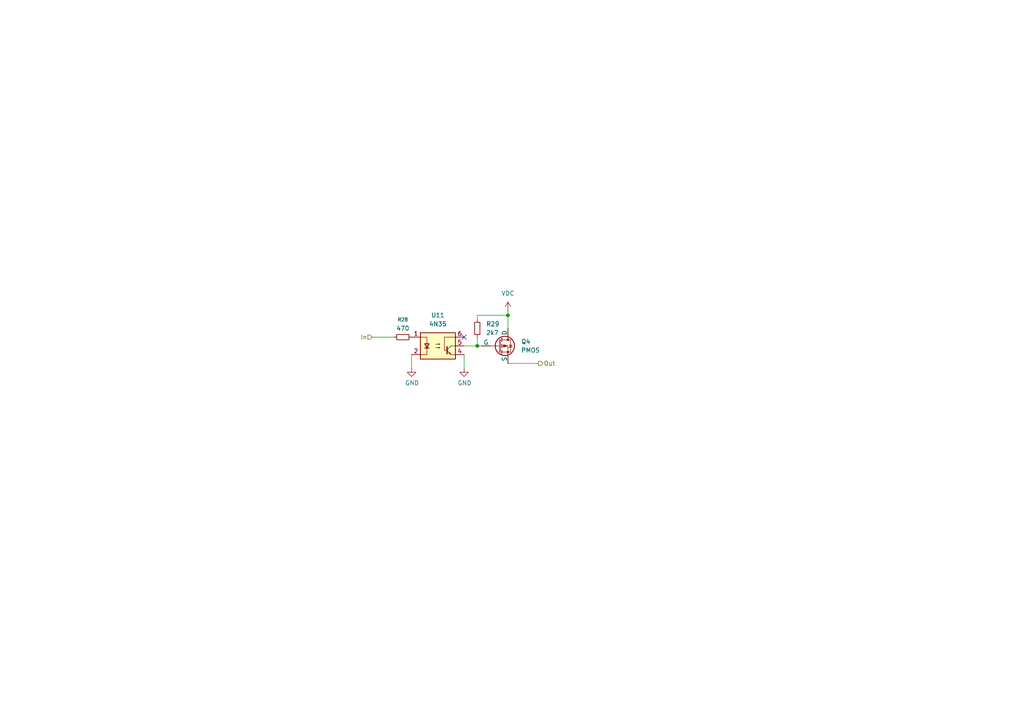
<source format=kicad_sch>
(kicad_sch
	(version 20250114)
	(generator "eeschema")
	(generator_version "9.0")
	(uuid "dd199ed9-077a-46d4-b3b8-dd541f87acde")
	(paper "A4")
	(lib_symbols
		(symbol "Device:R_Small"
			(pin_numbers
				(hide yes)
			)
			(pin_names
				(offset 0.254)
				(hide yes)
			)
			(exclude_from_sim no)
			(in_bom yes)
			(on_board yes)
			(property "Reference" "R"
				(at 0.762 0.508 0)
				(effects
					(font
						(size 1.27 1.27)
					)
					(justify left)
				)
			)
			(property "Value" "R_Small"
				(at 0.762 -1.016 0)
				(effects
					(font
						(size 1.27 1.27)
					)
					(justify left)
				)
			)
			(property "Footprint" ""
				(at 0 0 0)
				(effects
					(font
						(size 1.27 1.27)
					)
					(hide yes)
				)
			)
			(property "Datasheet" "~"
				(at 0 0 0)
				(effects
					(font
						(size 1.27 1.27)
					)
					(hide yes)
				)
			)
			(property "Description" "Resistor, small symbol"
				(at 0 0 0)
				(effects
					(font
						(size 1.27 1.27)
					)
					(hide yes)
				)
			)
			(property "ki_keywords" "R resistor"
				(at 0 0 0)
				(effects
					(font
						(size 1.27 1.27)
					)
					(hide yes)
				)
			)
			(property "ki_fp_filters" "R_*"
				(at 0 0 0)
				(effects
					(font
						(size 1.27 1.27)
					)
					(hide yes)
				)
			)
			(symbol "R_Small_0_1"
				(rectangle
					(start -0.762 1.778)
					(end 0.762 -1.778)
					(stroke
						(width 0.2032)
						(type default)
					)
					(fill
						(type none)
					)
				)
			)
			(symbol "R_Small_1_1"
				(pin passive line
					(at 0 2.54 270)
					(length 0.762)
					(name "~"
						(effects
							(font
								(size 1.27 1.27)
							)
						)
					)
					(number "1"
						(effects
							(font
								(size 1.27 1.27)
							)
						)
					)
				)
				(pin passive line
					(at 0 -2.54 90)
					(length 0.762)
					(name "~"
						(effects
							(font
								(size 1.27 1.27)
							)
						)
					)
					(number "2"
						(effects
							(font
								(size 1.27 1.27)
							)
						)
					)
				)
			)
			(embedded_fonts no)
		)
		(symbol "Isolator:4N35"
			(pin_names
				(offset 1.016)
			)
			(exclude_from_sim no)
			(in_bom yes)
			(on_board yes)
			(property "Reference" "U"
				(at -5.08 5.08 0)
				(effects
					(font
						(size 1.27 1.27)
					)
					(justify left)
				)
			)
			(property "Value" "4N35"
				(at 0 5.08 0)
				(effects
					(font
						(size 1.27 1.27)
					)
					(justify left)
				)
			)
			(property "Footprint" "Package_DIP:DIP-6_W7.62mm"
				(at -5.08 -5.08 0)
				(effects
					(font
						(size 1.27 1.27)
						(italic yes)
					)
					(justify left)
					(hide yes)
				)
			)
			(property "Datasheet" "https://www.vishay.com/docs/81181/4n35.pdf"
				(at 0 0 0)
				(effects
					(font
						(size 1.27 1.27)
					)
					(justify left)
					(hide yes)
				)
			)
			(property "Description" "Optocoupler, Phototransistor Output, with Base Connection, Vce 70V, CTR 100%, Viso 5000V, DIP6"
				(at 0 0 0)
				(effects
					(font
						(size 1.27 1.27)
					)
					(hide yes)
				)
			)
			(property "ki_keywords" "NPN DC Optocoupler Base Connected"
				(at 0 0 0)
				(effects
					(font
						(size 1.27 1.27)
					)
					(hide yes)
				)
			)
			(property "ki_fp_filters" "DIP*W7.62mm*"
				(at 0 0 0)
				(effects
					(font
						(size 1.27 1.27)
					)
					(hide yes)
				)
			)
			(symbol "4N35_0_1"
				(rectangle
					(start -5.08 3.81)
					(end 5.08 -3.81)
					(stroke
						(width 0.254)
						(type default)
					)
					(fill
						(type background)
					)
				)
				(polyline
					(pts
						(xy -5.08 -2.54) (xy -3.175 -2.54) (xy -3.175 2.54) (xy -5.08 2.54)
					)
					(stroke
						(width 0)
						(type default)
					)
					(fill
						(type none)
					)
				)
				(polyline
					(pts
						(xy -3.81 -0.635) (xy -2.54 -0.635)
					)
					(stroke
						(width 0.254)
						(type default)
					)
					(fill
						(type none)
					)
				)
				(polyline
					(pts
						(xy -3.175 -0.635) (xy -3.81 0.635) (xy -2.54 0.635) (xy -3.175 -0.635)
					)
					(stroke
						(width 0.254)
						(type default)
					)
					(fill
						(type none)
					)
				)
				(polyline
					(pts
						(xy -0.635 0.508) (xy 0.635 0.508) (xy 0.254 0.381) (xy 0.254 0.635) (xy 0.635 0.508)
					)
					(stroke
						(width 0)
						(type default)
					)
					(fill
						(type none)
					)
				)
				(polyline
					(pts
						(xy -0.635 -0.508) (xy 0.635 -0.508) (xy 0.254 -0.635) (xy 0.254 -0.381) (xy 0.635 -0.508)
					)
					(stroke
						(width 0)
						(type default)
					)
					(fill
						(type none)
					)
				)
				(polyline
					(pts
						(xy 2.667 -0.254) (xy 2.667 -2.286) (xy 2.667 -2.286)
					)
					(stroke
						(width 0.3556)
						(type default)
					)
					(fill
						(type none)
					)
				)
				(polyline
					(pts
						(xy 2.667 -1.143) (xy 3.81 0)
					)
					(stroke
						(width 0)
						(type default)
					)
					(fill
						(type none)
					)
				)
				(polyline
					(pts
						(xy 2.667 -1.397) (xy 3.81 -2.54)
					)
					(stroke
						(width 0)
						(type default)
					)
					(fill
						(type none)
					)
				)
				(polyline
					(pts
						(xy 3.683 -2.413) (xy 3.429 -1.905) (xy 3.175 -2.159) (xy 3.683 -2.413)
					)
					(stroke
						(width 0)
						(type default)
					)
					(fill
						(type none)
					)
				)
				(polyline
					(pts
						(xy 3.81 0) (xy 5.08 0)
					)
					(stroke
						(width 0)
						(type default)
					)
					(fill
						(type none)
					)
				)
				(polyline
					(pts
						(xy 3.81 -2.54) (xy 5.08 -2.54)
					)
					(stroke
						(width 0)
						(type default)
					)
					(fill
						(type none)
					)
				)
				(polyline
					(pts
						(xy 5.08 2.54) (xy 1.905 2.54) (xy 1.905 -1.27) (xy 2.54 -1.27)
					)
					(stroke
						(width 0)
						(type default)
					)
					(fill
						(type none)
					)
				)
			)
			(symbol "4N35_1_1"
				(pin passive line
					(at -7.62 2.54 0)
					(length 2.54)
					(name "~"
						(effects
							(font
								(size 1.27 1.27)
							)
						)
					)
					(number "1"
						(effects
							(font
								(size 1.27 1.27)
							)
						)
					)
				)
				(pin passive line
					(at -7.62 -2.54 0)
					(length 2.54)
					(name "~"
						(effects
							(font
								(size 1.27 1.27)
							)
						)
					)
					(number "2"
						(effects
							(font
								(size 1.27 1.27)
							)
						)
					)
				)
				(pin no_connect line
					(at -5.08 0 0)
					(length 2.54)
					(hide yes)
					(name "NC"
						(effects
							(font
								(size 1.27 1.27)
							)
						)
					)
					(number "3"
						(effects
							(font
								(size 1.27 1.27)
							)
						)
					)
				)
				(pin passive line
					(at 7.62 2.54 180)
					(length 2.54)
					(name "~"
						(effects
							(font
								(size 1.27 1.27)
							)
						)
					)
					(number "6"
						(effects
							(font
								(size 1.27 1.27)
							)
						)
					)
				)
				(pin passive line
					(at 7.62 0 180)
					(length 2.54)
					(name "~"
						(effects
							(font
								(size 1.27 1.27)
							)
						)
					)
					(number "5"
						(effects
							(font
								(size 1.27 1.27)
							)
						)
					)
				)
				(pin passive line
					(at 7.62 -2.54 180)
					(length 2.54)
					(name "~"
						(effects
							(font
								(size 1.27 1.27)
							)
						)
					)
					(number "4"
						(effects
							(font
								(size 1.27 1.27)
							)
						)
					)
				)
			)
			(embedded_fonts no)
		)
		(symbol "R_Small_1"
			(pin_numbers
				(hide yes)
			)
			(pin_names
				(offset 0.254)
				(hide yes)
			)
			(exclude_from_sim no)
			(in_bom yes)
			(on_board yes)
			(property "Reference" "R"
				(at 0 0 90)
				(effects
					(font
						(size 1.016 1.016)
					)
				)
			)
			(property "Value" "R_Small"
				(at 1.778 0 90)
				(effects
					(font
						(size 1.27 1.27)
					)
				)
			)
			(property "Footprint" ""
				(at 0 0 0)
				(effects
					(font
						(size 1.27 1.27)
					)
					(hide yes)
				)
			)
			(property "Datasheet" "~"
				(at 0 0 0)
				(effects
					(font
						(size 1.27 1.27)
					)
					(hide yes)
				)
			)
			(property "Description" "Resistor, small symbol"
				(at 0 0 0)
				(effects
					(font
						(size 1.27 1.27)
					)
					(hide yes)
				)
			)
			(property "ki_keywords" "R resistor"
				(at 0 0 0)
				(effects
					(font
						(size 1.27 1.27)
					)
					(hide yes)
				)
			)
			(property "ki_fp_filters" "R_*"
				(at 0 0 0)
				(effects
					(font
						(size 1.27 1.27)
					)
					(hide yes)
				)
			)
			(symbol "R_Small_1_0_1"
				(rectangle
					(start -0.762 1.778)
					(end 0.762 -1.778)
					(stroke
						(width 0.2032)
						(type default)
					)
					(fill
						(type none)
					)
				)
			)
			(symbol "R_Small_1_1_1"
				(pin passive line
					(at 0 2.54 270)
					(length 0.762)
					(name "~"
						(effects
							(font
								(size 1.27 1.27)
							)
						)
					)
					(number "1"
						(effects
							(font
								(size 1.27 1.27)
							)
						)
					)
				)
				(pin passive line
					(at 0 -2.54 90)
					(length 0.762)
					(name "~"
						(effects
							(font
								(size 1.27 1.27)
							)
						)
					)
					(number "2"
						(effects
							(font
								(size 1.27 1.27)
							)
						)
					)
				)
			)
			(embedded_fonts no)
		)
		(symbol "Simulation_SPICE:PMOS"
			(pin_numbers
				(hide yes)
			)
			(pin_names
				(offset 0)
			)
			(exclude_from_sim no)
			(in_bom yes)
			(on_board yes)
			(property "Reference" "Q"
				(at 5.08 1.27 0)
				(effects
					(font
						(size 1.27 1.27)
					)
					(justify left)
				)
			)
			(property "Value" "PMOS"
				(at 5.08 -1.27 0)
				(effects
					(font
						(size 1.27 1.27)
					)
					(justify left)
				)
			)
			(property "Footprint" ""
				(at 5.08 2.54 0)
				(effects
					(font
						(size 1.27 1.27)
					)
					(hide yes)
				)
			)
			(property "Datasheet" "https://ngspice.sourceforge.io/docs/ngspice-html-manual/manual.xhtml#cha_MOSFETs"
				(at 0 -12.7 0)
				(effects
					(font
						(size 1.27 1.27)
					)
					(hide yes)
				)
			)
			(property "Description" "P-MOSFET transistor, drain/source/gate"
				(at 0 0 0)
				(effects
					(font
						(size 1.27 1.27)
					)
					(hide yes)
				)
			)
			(property "Sim.Device" "PMOS"
				(at 0 -17.145 0)
				(effects
					(font
						(size 1.27 1.27)
					)
					(hide yes)
				)
			)
			(property "Sim.Type" "VDMOS"
				(at 0 -19.05 0)
				(effects
					(font
						(size 1.27 1.27)
					)
					(hide yes)
				)
			)
			(property "Sim.Pins" "1=D 2=G 3=S"
				(at 0 -15.24 0)
				(effects
					(font
						(size 1.27 1.27)
					)
					(hide yes)
				)
			)
			(property "ki_keywords" "transistor PMOS P-MOS P-MOSFET simulation"
				(at 0 0 0)
				(effects
					(font
						(size 1.27 1.27)
					)
					(hide yes)
				)
			)
			(symbol "PMOS_0_1"
				(polyline
					(pts
						(xy 0.254 1.905) (xy 0.254 -1.905)
					)
					(stroke
						(width 0.254)
						(type default)
					)
					(fill
						(type none)
					)
				)
				(polyline
					(pts
						(xy 0.254 0) (xy -2.54 0)
					)
					(stroke
						(width 0)
						(type default)
					)
					(fill
						(type none)
					)
				)
				(polyline
					(pts
						(xy 0.762 2.286) (xy 0.762 1.27)
					)
					(stroke
						(width 0.254)
						(type default)
					)
					(fill
						(type none)
					)
				)
				(polyline
					(pts
						(xy 0.762 1.778) (xy 3.302 1.778) (xy 3.302 -1.778) (xy 0.762 -1.778)
					)
					(stroke
						(width 0)
						(type default)
					)
					(fill
						(type none)
					)
				)
				(polyline
					(pts
						(xy 0.762 0.508) (xy 0.762 -0.508)
					)
					(stroke
						(width 0.254)
						(type default)
					)
					(fill
						(type none)
					)
				)
				(polyline
					(pts
						(xy 0.762 -1.27) (xy 0.762 -2.286)
					)
					(stroke
						(width 0.254)
						(type default)
					)
					(fill
						(type none)
					)
				)
				(circle
					(center 1.651 0)
					(radius 2.794)
					(stroke
						(width 0.254)
						(type default)
					)
					(fill
						(type none)
					)
				)
				(polyline
					(pts
						(xy 2.286 0) (xy 1.27 0.381) (xy 1.27 -0.381) (xy 2.286 0)
					)
					(stroke
						(width 0)
						(type default)
					)
					(fill
						(type outline)
					)
				)
				(polyline
					(pts
						(xy 2.54 2.54) (xy 2.54 1.778)
					)
					(stroke
						(width 0)
						(type default)
					)
					(fill
						(type none)
					)
				)
				(circle
					(center 2.54 1.778)
					(radius 0.254)
					(stroke
						(width 0)
						(type default)
					)
					(fill
						(type outline)
					)
				)
				(circle
					(center 2.54 -1.778)
					(radius 0.254)
					(stroke
						(width 0)
						(type default)
					)
					(fill
						(type outline)
					)
				)
				(polyline
					(pts
						(xy 2.54 -2.54) (xy 2.54 0) (xy 0.762 0)
					)
					(stroke
						(width 0)
						(type default)
					)
					(fill
						(type none)
					)
				)
				(polyline
					(pts
						(xy 2.794 -0.508) (xy 2.921 -0.381) (xy 3.683 -0.381) (xy 3.81 -0.254)
					)
					(stroke
						(width 0)
						(type default)
					)
					(fill
						(type none)
					)
				)
				(polyline
					(pts
						(xy 3.302 -0.381) (xy 2.921 0.254) (xy 3.683 0.254) (xy 3.302 -0.381)
					)
					(stroke
						(width 0)
						(type default)
					)
					(fill
						(type none)
					)
				)
			)
			(symbol "PMOS_1_1"
				(pin input line
					(at -5.08 0 0)
					(length 2.54)
					(name "G"
						(effects
							(font
								(size 1.27 1.27)
							)
						)
					)
					(number "2"
						(effects
							(font
								(size 1.27 1.27)
							)
						)
					)
				)
				(pin passive line
					(at 2.54 5.08 270)
					(length 2.54)
					(name "D"
						(effects
							(font
								(size 1.27 1.27)
							)
						)
					)
					(number "1"
						(effects
							(font
								(size 1.27 1.27)
							)
						)
					)
				)
				(pin passive line
					(at 2.54 -5.08 90)
					(length 2.54)
					(name "S"
						(effects
							(font
								(size 1.27 1.27)
							)
						)
					)
					(number "3"
						(effects
							(font
								(size 1.27 1.27)
							)
						)
					)
				)
			)
			(embedded_fonts no)
		)
		(symbol "power:GND"
			(power)
			(pin_names
				(offset 0)
			)
			(exclude_from_sim no)
			(in_bom yes)
			(on_board yes)
			(property "Reference" "#PWR"
				(at 0 -6.35 0)
				(effects
					(font
						(size 1.27 1.27)
					)
					(hide yes)
				)
			)
			(property "Value" "GND"
				(at 0 -3.81 0)
				(effects
					(font
						(size 1.27 1.27)
					)
				)
			)
			(property "Footprint" ""
				(at 0 0 0)
				(effects
					(font
						(size 1.27 1.27)
					)
					(hide yes)
				)
			)
			(property "Datasheet" ""
				(at 0 0 0)
				(effects
					(font
						(size 1.27 1.27)
					)
					(hide yes)
				)
			)
			(property "Description" "Power symbol creates a global label with name \"GND\" , ground"
				(at 0 0 0)
				(effects
					(font
						(size 1.27 1.27)
					)
					(hide yes)
				)
			)
			(property "ki_keywords" "power-flag"
				(at 0 0 0)
				(effects
					(font
						(size 1.27 1.27)
					)
					(hide yes)
				)
			)
			(symbol "GND_0_1"
				(polyline
					(pts
						(xy 0 0) (xy 0 -1.27) (xy 1.27 -1.27) (xy 0 -2.54) (xy -1.27 -1.27) (xy 0 -1.27)
					)
					(stroke
						(width 0)
						(type default)
					)
					(fill
						(type none)
					)
				)
			)
			(symbol "GND_1_1"
				(pin power_in line
					(at 0 0 270)
					(length 0)
					(hide yes)
					(name "GND"
						(effects
							(font
								(size 1.27 1.27)
							)
						)
					)
					(number "1"
						(effects
							(font
								(size 1.27 1.27)
							)
						)
					)
				)
			)
			(embedded_fonts no)
		)
		(symbol "power:VDC"
			(power)
			(pin_numbers
				(hide yes)
			)
			(pin_names
				(offset 0)
				(hide yes)
			)
			(exclude_from_sim no)
			(in_bom yes)
			(on_board yes)
			(property "Reference" "#PWR"
				(at 0 -3.81 0)
				(effects
					(font
						(size 1.27 1.27)
					)
					(hide yes)
				)
			)
			(property "Value" "VDC"
				(at 0 3.556 0)
				(effects
					(font
						(size 1.27 1.27)
					)
				)
			)
			(property "Footprint" ""
				(at 0 0 0)
				(effects
					(font
						(size 1.27 1.27)
					)
					(hide yes)
				)
			)
			(property "Datasheet" ""
				(at 0 0 0)
				(effects
					(font
						(size 1.27 1.27)
					)
					(hide yes)
				)
			)
			(property "Description" "Power symbol creates a global label with name \"VDC\""
				(at 0 0 0)
				(effects
					(font
						(size 1.27 1.27)
					)
					(hide yes)
				)
			)
			(property "ki_keywords" "global power"
				(at 0 0 0)
				(effects
					(font
						(size 1.27 1.27)
					)
					(hide yes)
				)
			)
			(symbol "VDC_0_1"
				(polyline
					(pts
						(xy -0.762 1.27) (xy 0 2.54)
					)
					(stroke
						(width 0)
						(type default)
					)
					(fill
						(type none)
					)
				)
				(polyline
					(pts
						(xy 0 2.54) (xy 0.762 1.27)
					)
					(stroke
						(width 0)
						(type default)
					)
					(fill
						(type none)
					)
				)
				(polyline
					(pts
						(xy 0 0) (xy 0 2.54)
					)
					(stroke
						(width 0)
						(type default)
					)
					(fill
						(type none)
					)
				)
			)
			(symbol "VDC_1_1"
				(pin power_in line
					(at 0 0 90)
					(length 0)
					(name "~"
						(effects
							(font
								(size 1.27 1.27)
							)
						)
					)
					(number "1"
						(effects
							(font
								(size 1.27 1.27)
							)
						)
					)
				)
			)
			(embedded_fonts no)
		)
	)
	(junction
		(at 138.43 100.33)
		(diameter 0)
		(color 0 0 0 0)
		(uuid "7165ed08-6398-44d2-be39-e289e8e7e397")
	)
	(junction
		(at 147.32 91.44)
		(diameter 0)
		(color 0 0 0 0)
		(uuid "96ccb798-0594-4dbf-b07c-5447723589d7")
	)
	(no_connect
		(at 134.62 97.79)
		(uuid "01b39ca8-83f5-4faa-a09a-2bd0ffcf66b9")
	)
	(wire
		(pts
			(xy 138.43 97.79) (xy 138.43 100.33)
		)
		(stroke
			(width 0)
			(type default)
		)
		(uuid "04dd66d5-cd43-478a-b0b0-5885a77fff0b")
	)
	(wire
		(pts
			(xy 107.95 97.79) (xy 114.3 97.79)
		)
		(stroke
			(width 0)
			(type default)
		)
		(uuid "054457b2-122e-4526-bd92-abc7db556dcf")
	)
	(wire
		(pts
			(xy 147.32 105.41) (xy 156.21 105.41)
		)
		(stroke
			(width 0)
			(type default)
		)
		(uuid "0a8be1e9-cb77-4e20-97eb-4d7b69a7fd56")
	)
	(wire
		(pts
			(xy 119.38 102.87) (xy 119.38 106.68)
		)
		(stroke
			(width 0)
			(type default)
		)
		(uuid "50b188bd-ec30-4089-9bc0-406bfae9e526")
	)
	(wire
		(pts
			(xy 138.43 91.44) (xy 138.43 92.71)
		)
		(stroke
			(width 0)
			(type default)
		)
		(uuid "63e4e09b-bd51-4991-8044-05df06eb202b")
	)
	(wire
		(pts
			(xy 147.32 95.25) (xy 147.32 91.44)
		)
		(stroke
			(width 0)
			(type default)
		)
		(uuid "779a8758-0f0f-408c-ab19-c906dcdb1bcf")
	)
	(wire
		(pts
			(xy 134.62 100.33) (xy 138.43 100.33)
		)
		(stroke
			(width 0)
			(type default)
		)
		(uuid "7ae202aa-57c1-4e8d-8d10-dd8d80f65b6f")
	)
	(wire
		(pts
			(xy 134.62 102.87) (xy 134.62 106.68)
		)
		(stroke
			(width 0)
			(type default)
		)
		(uuid "a71e3700-b3c5-4e65-b5db-2357e19e62d4")
	)
	(wire
		(pts
			(xy 138.43 100.33) (xy 139.7 100.33)
		)
		(stroke
			(width 0)
			(type default)
		)
		(uuid "c92ff6a6-f963-41c0-9ff0-09a870fad233")
	)
	(wire
		(pts
			(xy 147.32 91.44) (xy 147.32 90.17)
		)
		(stroke
			(width 0)
			(type default)
		)
		(uuid "fcce16ad-df15-4c06-a3ee-5182b4dc6d3e")
	)
	(wire
		(pts
			(xy 138.43 91.44) (xy 147.32 91.44)
		)
		(stroke
			(width 0)
			(type default)
		)
		(uuid "fe1621a9-7d1e-4c75-8946-e4e49f75b73d")
	)
	(hierarchical_label "Out"
		(shape output)
		(at 156.21 105.41 0)
		(effects
			(font
				(size 1.27 1.27)
			)
			(justify left)
		)
		(uuid "2cc5d9ae-b1aa-499c-a1e5-0630255c5b4e")
	)
	(hierarchical_label "In"
		(shape input)
		(at 107.95 97.79 180)
		(effects
			(font
				(size 1.27 1.27)
			)
			(justify right)
		)
		(uuid "383046f3-1de9-4818-8599-c32029dcec59")
	)
	(symbol
		(lib_name "R_Small_1")
		(lib_id "Device:R_Small")
		(at 116.84 97.79 90)
		(unit 1)
		(exclude_from_sim no)
		(in_bom yes)
		(on_board yes)
		(dnp no)
		(fields_autoplaced yes)
		(uuid "29a2a33e-73b1-48d2-b55d-e0b3e4d61770")
		(property "Reference" "R13"
			(at 116.84 92.71 90)
			(effects
				(font
					(size 1.016 1.016)
				)
			)
		)
		(property "Value" "470"
			(at 116.84 95.25 90)
			(effects
				(font
					(size 1.27 1.27)
				)
			)
		)
		(property "Footprint" ""
			(at 116.84 97.79 0)
			(effects
				(font
					(size 1.27 1.27)
				)
				(hide yes)
			)
		)
		(property "Datasheet" "~"
			(at 116.84 97.79 0)
			(effects
				(font
					(size 1.27 1.27)
				)
				(hide yes)
			)
		)
		(property "Description" "Resistor, small symbol"
			(at 116.84 97.79 0)
			(effects
				(font
					(size 1.27 1.27)
				)
				(hide yes)
			)
		)
		(pin "1"
			(uuid "7734d003-c73a-4887-9ace-80efa4d80ad0")
		)
		(pin "2"
			(uuid "3b3fcabe-c925-416f-815b-b1b6cba061b8")
		)
		(instances
			(project "esp32s3-rail"
				(path "/43c3dd73-0dcc-48c9-a061-d039af0cb18f/4a8679f8-0428-42fe-bbca-349847a7a242"
					(reference "R28")
					(unit 1)
				)
				(path "/43c3dd73-0dcc-48c9-a061-d039af0cb18f/7f637be7-76c9-4df6-b433-1807c841e876"
					(reference "R13")
					(unit 1)
				)
				(path "/43c3dd73-0dcc-48c9-a061-d039af0cb18f/a2e9927a-9383-40fe-b25b-9a0b263771ae"
					(reference "R26")
					(unit 1)
				)
				(path "/43c3dd73-0dcc-48c9-a061-d039af0cb18f/dd4597da-204a-466d-b061-fa7e44c373b1"
					(reference "R24")
					(unit 1)
				)
			)
		)
	)
	(symbol
		(lib_id "Simulation_SPICE:PMOS")
		(at 144.78 100.33 0)
		(unit 1)
		(exclude_from_sim no)
		(in_bom yes)
		(on_board yes)
		(dnp no)
		(fields_autoplaced yes)
		(uuid "4b10211c-5af8-4c68-a00e-aab771b21fd5")
		(property "Reference" "Q1"
			(at 151.13 99.0599 0)
			(effects
				(font
					(size 1.27 1.27)
				)
				(justify left)
			)
		)
		(property "Value" "PMOS"
			(at 151.13 101.5999 0)
			(effects
				(font
					(size 1.27 1.27)
				)
				(justify left)
			)
		)
		(property "Footprint" ""
			(at 149.86 97.79 0)
			(effects
				(font
					(size 1.27 1.27)
				)
				(hide yes)
			)
		)
		(property "Datasheet" "https://ngspice.sourceforge.io/docs/ngspice-html-manual/manual.xhtml#cha_MOSFETs"
			(at 144.78 113.03 0)
			(effects
				(font
					(size 1.27 1.27)
				)
				(hide yes)
			)
		)
		(property "Description" "P-MOSFET transistor, drain/source/gate"
			(at 144.78 100.33 0)
			(effects
				(font
					(size 1.27 1.27)
				)
				(hide yes)
			)
		)
		(property "Sim.Device" "PMOS"
			(at 144.78 117.475 0)
			(effects
				(font
					(size 1.27 1.27)
				)
				(hide yes)
			)
		)
		(property "Sim.Type" "VDMOS"
			(at 144.78 119.38 0)
			(effects
				(font
					(size 1.27 1.27)
				)
				(hide yes)
			)
		)
		(property "Sim.Pins" "1=D 2=G 3=S"
			(at 144.78 115.57 0)
			(effects
				(font
					(size 1.27 1.27)
				)
				(hide yes)
			)
		)
		(pin "3"
			(uuid "af348c1d-9a4e-4ee5-8576-8ef99f03738c")
		)
		(pin "2"
			(uuid "6d9d32c5-a41a-40d5-b18d-51b01ad8d9a6")
		)
		(pin "1"
			(uuid "54216d44-0b38-414e-afc6-1a9030ee92b5")
		)
		(instances
			(project "esp32s3-rail"
				(path "/43c3dd73-0dcc-48c9-a061-d039af0cb18f/4a8679f8-0428-42fe-bbca-349847a7a242"
					(reference "Q4")
					(unit 1)
				)
				(path "/43c3dd73-0dcc-48c9-a061-d039af0cb18f/7f637be7-76c9-4df6-b433-1807c841e876"
					(reference "Q1")
					(unit 1)
				)
				(path "/43c3dd73-0dcc-48c9-a061-d039af0cb18f/a2e9927a-9383-40fe-b25b-9a0b263771ae"
					(reference "Q3")
					(unit 1)
				)
				(path "/43c3dd73-0dcc-48c9-a061-d039af0cb18f/dd4597da-204a-466d-b061-fa7e44c373b1"
					(reference "Q2")
					(unit 1)
				)
			)
		)
	)
	(symbol
		(lib_id "power:GND")
		(at 119.38 106.68 0)
		(unit 1)
		(exclude_from_sim no)
		(in_bom yes)
		(on_board yes)
		(dnp no)
		(uuid "81a7549d-9ea2-45de-a183-a44f0db436ed")
		(property "Reference" "#PWR096"
			(at 119.38 113.03 0)
			(effects
				(font
					(size 1.27 1.27)
				)
				(hide yes)
			)
		)
		(property "Value" "GND"
			(at 119.507 111.0742 0)
			(effects
				(font
					(size 1.27 1.27)
				)
			)
		)
		(property "Footprint" ""
			(at 119.38 106.68 0)
			(effects
				(font
					(size 1.27 1.27)
				)
				(hide yes)
			)
		)
		(property "Datasheet" ""
			(at 119.38 106.68 0)
			(effects
				(font
					(size 1.27 1.27)
				)
				(hide yes)
			)
		)
		(property "Description" ""
			(at 119.38 106.68 0)
			(effects
				(font
					(size 1.27 1.27)
				)
				(hide yes)
			)
		)
		(pin "1"
			(uuid "67052606-2fca-4c83-838e-3ad6f7267239")
		)
		(instances
			(project "esp32s3-rail"
				(path "/43c3dd73-0dcc-48c9-a061-d039af0cb18f/4a8679f8-0428-42fe-bbca-349847a7a242"
					(reference "#PWR0101")
					(unit 1)
				)
				(path "/43c3dd73-0dcc-48c9-a061-d039af0cb18f/7f637be7-76c9-4df6-b433-1807c841e876"
					(reference "#PWR096")
					(unit 1)
				)
				(path "/43c3dd73-0dcc-48c9-a061-d039af0cb18f/a2e9927a-9383-40fe-b25b-9a0b263771ae"
					(reference "#PWR099")
					(unit 1)
				)
				(path "/43c3dd73-0dcc-48c9-a061-d039af0cb18f/dd4597da-204a-466d-b061-fa7e44c373b1"
					(reference "#PWR097")
					(unit 1)
				)
			)
		)
	)
	(symbol
		(lib_id "Isolator:4N35")
		(at 127 100.33 0)
		(unit 1)
		(exclude_from_sim no)
		(in_bom yes)
		(on_board yes)
		(dnp no)
		(fields_autoplaced yes)
		(uuid "89921985-132d-434f-a235-1eac7f0628f9")
		(property "Reference" "U8"
			(at 127 91.44 0)
			(effects
				(font
					(size 1.27 1.27)
				)
			)
		)
		(property "Value" "4N35"
			(at 127 93.98 0)
			(effects
				(font
					(size 1.27 1.27)
				)
			)
		)
		(property "Footprint" "Package_DIP:DIP-6_W7.62mm"
			(at 121.92 105.41 0)
			(effects
				(font
					(size 1.27 1.27)
					(italic yes)
				)
				(justify left)
				(hide yes)
			)
		)
		(property "Datasheet" "https://www.vishay.com/docs/81181/4n35.pdf"
			(at 127 100.33 0)
			(effects
				(font
					(size 1.27 1.27)
				)
				(justify left)
				(hide yes)
			)
		)
		(property "Description" "Optocoupler, Phototransistor Output, with Base Connection, Vce 70V, CTR 100%, Viso 5000V, DIP6"
			(at 127 100.33 0)
			(effects
				(font
					(size 1.27 1.27)
				)
				(hide yes)
			)
		)
		(pin "6"
			(uuid "2235c93a-799b-4965-b807-820426dc366a")
		)
		(pin "1"
			(uuid "a4280df0-47e1-4481-8905-a7c319cf9fac")
		)
		(pin "2"
			(uuid "a6e23871-efe7-4a6a-b8a8-381e411a62f1")
		)
		(pin "3"
			(uuid "a5ab77e2-27d3-4dff-9f38-f3285d8ce69b")
		)
		(pin "5"
			(uuid "dd90cd1e-001c-4488-96eb-b239e37ba6da")
		)
		(pin "4"
			(uuid "2e52f502-5737-4489-a72c-36ca8e59a406")
		)
		(instances
			(project "esp32s3-rail"
				(path "/43c3dd73-0dcc-48c9-a061-d039af0cb18f/4a8679f8-0428-42fe-bbca-349847a7a242"
					(reference "U11")
					(unit 1)
				)
				(path "/43c3dd73-0dcc-48c9-a061-d039af0cb18f/7f637be7-76c9-4df6-b433-1807c841e876"
					(reference "U8")
					(unit 1)
				)
				(path "/43c3dd73-0dcc-48c9-a061-d039af0cb18f/a2e9927a-9383-40fe-b25b-9a0b263771ae"
					(reference "U10")
					(unit 1)
				)
				(path "/43c3dd73-0dcc-48c9-a061-d039af0cb18f/dd4597da-204a-466d-b061-fa7e44c373b1"
					(reference "U9")
					(unit 1)
				)
			)
		)
	)
	(symbol
		(lib_id "power:GND")
		(at 134.62 106.68 0)
		(unit 1)
		(exclude_from_sim no)
		(in_bom yes)
		(on_board yes)
		(dnp no)
		(uuid "91714d55-920d-4333-9946-7a5c187f3f89")
		(property "Reference" "#PWR095"
			(at 134.62 113.03 0)
			(effects
				(font
					(size 1.27 1.27)
				)
				(hide yes)
			)
		)
		(property "Value" "GND"
			(at 134.747 111.0742 0)
			(effects
				(font
					(size 1.27 1.27)
				)
			)
		)
		(property "Footprint" ""
			(at 134.62 106.68 0)
			(effects
				(font
					(size 1.27 1.27)
				)
				(hide yes)
			)
		)
		(property "Datasheet" ""
			(at 134.62 106.68 0)
			(effects
				(font
					(size 1.27 1.27)
				)
				(hide yes)
			)
		)
		(property "Description" ""
			(at 134.62 106.68 0)
			(effects
				(font
					(size 1.27 1.27)
				)
				(hide yes)
			)
		)
		(pin "1"
			(uuid "dac5d79a-55af-4528-9930-1c73e8973ca0")
		)
		(instances
			(project "esp32s3-rail"
				(path "/43c3dd73-0dcc-48c9-a061-d039af0cb18f/4a8679f8-0428-42fe-bbca-349847a7a242"
					(reference "#PWR0102")
					(unit 1)
				)
				(path "/43c3dd73-0dcc-48c9-a061-d039af0cb18f/7f637be7-76c9-4df6-b433-1807c841e876"
					(reference "#PWR095")
					(unit 1)
				)
				(path "/43c3dd73-0dcc-48c9-a061-d039af0cb18f/a2e9927a-9383-40fe-b25b-9a0b263771ae"
					(reference "#PWR0100")
					(unit 1)
				)
				(path "/43c3dd73-0dcc-48c9-a061-d039af0cb18f/dd4597da-204a-466d-b061-fa7e44c373b1"
					(reference "#PWR098")
					(unit 1)
				)
			)
		)
	)
	(symbol
		(lib_id "Device:R_Small")
		(at 138.43 95.25 0)
		(unit 1)
		(exclude_from_sim no)
		(in_bom yes)
		(on_board yes)
		(dnp no)
		(fields_autoplaced yes)
		(uuid "c6159fe0-5b5c-43f1-ad4b-d82932a247ad")
		(property "Reference" "R23"
			(at 140.97 93.9799 0)
			(effects
				(font
					(size 1.27 1.27)
				)
				(justify left)
			)
		)
		(property "Value" "2k7"
			(at 140.97 96.5199 0)
			(effects
				(font
					(size 1.27 1.27)
				)
				(justify left)
			)
		)
		(property "Footprint" "Resistor_SMD:R_1206_3216Metric"
			(at 138.43 95.25 0)
			(effects
				(font
					(size 1.27 1.27)
				)
				(hide yes)
			)
		)
		(property "Datasheet" "~"
			(at 138.43 95.25 0)
			(effects
				(font
					(size 1.27 1.27)
				)
				(hide yes)
			)
		)
		(property "Description" "Resistor, small symbol"
			(at 138.43 95.25 0)
			(effects
				(font
					(size 1.27 1.27)
				)
				(hide yes)
			)
		)
		(pin "2"
			(uuid "070eb87a-38fc-4888-ad19-548a85c4e426")
		)
		(pin "1"
			(uuid "e5a8104b-e95d-455e-9d86-c9786a66f550")
		)
		(instances
			(project "esp32s3-rail"
				(path "/43c3dd73-0dcc-48c9-a061-d039af0cb18f/4a8679f8-0428-42fe-bbca-349847a7a242"
					(reference "R29")
					(unit 1)
				)
				(path "/43c3dd73-0dcc-48c9-a061-d039af0cb18f/7f637be7-76c9-4df6-b433-1807c841e876"
					(reference "R23")
					(unit 1)
				)
				(path "/43c3dd73-0dcc-48c9-a061-d039af0cb18f/a2e9927a-9383-40fe-b25b-9a0b263771ae"
					(reference "R27")
					(unit 1)
				)
				(path "/43c3dd73-0dcc-48c9-a061-d039af0cb18f/dd4597da-204a-466d-b061-fa7e44c373b1"
					(reference "R25")
					(unit 1)
				)
			)
		)
	)
	(symbol
		(lib_id "power:VDC")
		(at 147.32 90.17 0)
		(unit 1)
		(exclude_from_sim no)
		(in_bom yes)
		(on_board yes)
		(dnp no)
		(fields_autoplaced yes)
		(uuid "f704f2cb-770d-451a-9d90-d147d9a980c6")
		(property "Reference" "#PWR08"
			(at 147.32 93.98 0)
			(effects
				(font
					(size 1.27 1.27)
				)
				(hide yes)
			)
		)
		(property "Value" "VDC"
			(at 147.32 85.09 0)
			(effects
				(font
					(size 1.27 1.27)
				)
			)
		)
		(property "Footprint" ""
			(at 147.32 90.17 0)
			(effects
				(font
					(size 1.27 1.27)
				)
				(hide yes)
			)
		)
		(property "Datasheet" ""
			(at 147.32 90.17 0)
			(effects
				(font
					(size 1.27 1.27)
				)
				(hide yes)
			)
		)
		(property "Description" "Power symbol creates a global label with name \"VDC\""
			(at 147.32 90.17 0)
			(effects
				(font
					(size 1.27 1.27)
				)
				(hide yes)
			)
		)
		(pin "1"
			(uuid "ff360afe-35a8-400e-891e-6bc91006d860")
		)
		(instances
			(project "esp32s3-rail"
				(path "/43c3dd73-0dcc-48c9-a061-d039af0cb18f/4a8679f8-0428-42fe-bbca-349847a7a242"
					(reference "#PWR022")
					(unit 1)
				)
				(path "/43c3dd73-0dcc-48c9-a061-d039af0cb18f/7f637be7-76c9-4df6-b433-1807c841e876"
					(reference "#PWR08")
					(unit 1)
				)
				(path "/43c3dd73-0dcc-48c9-a061-d039af0cb18f/a2e9927a-9383-40fe-b25b-9a0b263771ae"
					(reference "#PWR021")
					(unit 1)
				)
				(path "/43c3dd73-0dcc-48c9-a061-d039af0cb18f/dd4597da-204a-466d-b061-fa7e44c373b1"
					(reference "#PWR020")
					(unit 1)
				)
			)
		)
	)
)

</source>
